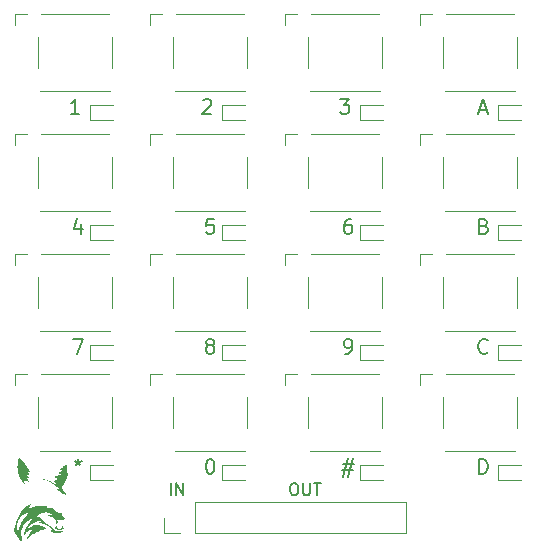
<source format=gbr>
%TF.GenerationSoftware,KiCad,Pcbnew,7.0.2*%
%TF.CreationDate,2023-04-22T16:22:17+02:00*%
%TF.ProjectId,Button_matrix,42757474-6f6e-45f6-9d61-747269782e6b,rev?*%
%TF.SameCoordinates,Original*%
%TF.FileFunction,Legend,Top*%
%TF.FilePolarity,Positive*%
%FSLAX46Y46*%
G04 Gerber Fmt 4.6, Leading zero omitted, Abs format (unit mm)*
G04 Created by KiCad (PCBNEW 7.0.2) date 2023-04-22 16:22:17*
%MOMM*%
%LPD*%
G01*
G04 APERTURE LIST*
%ADD10C,0.200000*%
%ADD11C,0.150000*%
%ADD12C,0.120000*%
G04 APERTURE END LIST*
D10*
X76454000Y-85211023D02*
X76454000Y-85508642D01*
X76156381Y-85389595D02*
X76454000Y-85508642D01*
X76454000Y-85508642D02*
X76751619Y-85389595D01*
X76275429Y-85746738D02*
X76454000Y-85508642D01*
X76454000Y-85508642D02*
X76632571Y-85746738D01*
X87927619Y-64891023D02*
X87332381Y-64891023D01*
X87332381Y-64891023D02*
X87272857Y-65486261D01*
X87272857Y-65486261D02*
X87332381Y-65426738D01*
X87332381Y-65426738D02*
X87451428Y-65367214D01*
X87451428Y-65367214D02*
X87749047Y-65367214D01*
X87749047Y-65367214D02*
X87868095Y-65426738D01*
X87868095Y-65426738D02*
X87927619Y-65486261D01*
X87927619Y-65486261D02*
X87987142Y-65605309D01*
X87987142Y-65605309D02*
X87987142Y-65902928D01*
X87987142Y-65902928D02*
X87927619Y-66021976D01*
X87927619Y-66021976D02*
X87868095Y-66081500D01*
X87868095Y-66081500D02*
X87749047Y-66141023D01*
X87749047Y-66141023D02*
X87451428Y-66141023D01*
X87451428Y-66141023D02*
X87332381Y-66081500D01*
X87332381Y-66081500D02*
X87272857Y-66021976D01*
X87018857Y-54850071D02*
X87078381Y-54790547D01*
X87078381Y-54790547D02*
X87197428Y-54731023D01*
X87197428Y-54731023D02*
X87495047Y-54731023D01*
X87495047Y-54731023D02*
X87614095Y-54790547D01*
X87614095Y-54790547D02*
X87673619Y-54850071D01*
X87673619Y-54850071D02*
X87733142Y-54969119D01*
X87733142Y-54969119D02*
X87733142Y-55088166D01*
X87733142Y-55088166D02*
X87673619Y-55266738D01*
X87673619Y-55266738D02*
X86959333Y-55981023D01*
X86959333Y-55981023D02*
X87733142Y-55981023D01*
X76557142Y-55981023D02*
X75842857Y-55981023D01*
X76200000Y-55981023D02*
X76200000Y-54731023D01*
X76200000Y-54731023D02*
X76080952Y-54909595D01*
X76080952Y-54909595D02*
X75961904Y-55028642D01*
X75961904Y-55028642D02*
X75842857Y-55088166D01*
X110416619Y-86461023D02*
X110416619Y-85211023D01*
X110416619Y-85211023D02*
X110714238Y-85211023D01*
X110714238Y-85211023D02*
X110892809Y-85270547D01*
X110892809Y-85270547D02*
X111011857Y-85389595D01*
X111011857Y-85389595D02*
X111071380Y-85508642D01*
X111071380Y-85508642D02*
X111130904Y-85746738D01*
X111130904Y-85746738D02*
X111130904Y-85925309D01*
X111130904Y-85925309D02*
X111071380Y-86163404D01*
X111071380Y-86163404D02*
X111011857Y-86282452D01*
X111011857Y-86282452D02*
X110892809Y-86401500D01*
X110892809Y-86401500D02*
X110714238Y-86461023D01*
X110714238Y-86461023D02*
X110416619Y-86461023D01*
X87570476Y-85211023D02*
X87689523Y-85211023D01*
X87689523Y-85211023D02*
X87808571Y-85270547D01*
X87808571Y-85270547D02*
X87868095Y-85330071D01*
X87868095Y-85330071D02*
X87927619Y-85449119D01*
X87927619Y-85449119D02*
X87987142Y-85687214D01*
X87987142Y-85687214D02*
X87987142Y-85984833D01*
X87987142Y-85984833D02*
X87927619Y-86222928D01*
X87927619Y-86222928D02*
X87868095Y-86341976D01*
X87868095Y-86341976D02*
X87808571Y-86401500D01*
X87808571Y-86401500D02*
X87689523Y-86461023D01*
X87689523Y-86461023D02*
X87570476Y-86461023D01*
X87570476Y-86461023D02*
X87451428Y-86401500D01*
X87451428Y-86401500D02*
X87391904Y-86341976D01*
X87391904Y-86341976D02*
X87332381Y-86222928D01*
X87332381Y-86222928D02*
X87272857Y-85984833D01*
X87272857Y-85984833D02*
X87272857Y-85687214D01*
X87272857Y-85687214D02*
X87332381Y-85449119D01*
X87332381Y-85449119D02*
X87391904Y-85330071D01*
X87391904Y-85330071D02*
X87451428Y-85270547D01*
X87451428Y-85270547D02*
X87570476Y-85211023D01*
X87510952Y-75586738D02*
X87391904Y-75527214D01*
X87391904Y-75527214D02*
X87332381Y-75467690D01*
X87332381Y-75467690D02*
X87272857Y-75348642D01*
X87272857Y-75348642D02*
X87272857Y-75289119D01*
X87272857Y-75289119D02*
X87332381Y-75170071D01*
X87332381Y-75170071D02*
X87391904Y-75110547D01*
X87391904Y-75110547D02*
X87510952Y-75051023D01*
X87510952Y-75051023D02*
X87749047Y-75051023D01*
X87749047Y-75051023D02*
X87868095Y-75110547D01*
X87868095Y-75110547D02*
X87927619Y-75170071D01*
X87927619Y-75170071D02*
X87987142Y-75289119D01*
X87987142Y-75289119D02*
X87987142Y-75348642D01*
X87987142Y-75348642D02*
X87927619Y-75467690D01*
X87927619Y-75467690D02*
X87868095Y-75527214D01*
X87868095Y-75527214D02*
X87749047Y-75586738D01*
X87749047Y-75586738D02*
X87510952Y-75586738D01*
X87510952Y-75586738D02*
X87391904Y-75646261D01*
X87391904Y-75646261D02*
X87332381Y-75705785D01*
X87332381Y-75705785D02*
X87272857Y-75824833D01*
X87272857Y-75824833D02*
X87272857Y-76062928D01*
X87272857Y-76062928D02*
X87332381Y-76181976D01*
X87332381Y-76181976D02*
X87391904Y-76241500D01*
X87391904Y-76241500D02*
X87510952Y-76301023D01*
X87510952Y-76301023D02*
X87749047Y-76301023D01*
X87749047Y-76301023D02*
X87868095Y-76241500D01*
X87868095Y-76241500D02*
X87927619Y-76181976D01*
X87927619Y-76181976D02*
X87987142Y-76062928D01*
X87987142Y-76062928D02*
X87987142Y-75824833D01*
X87987142Y-75824833D02*
X87927619Y-75705785D01*
X87927619Y-75705785D02*
X87868095Y-75646261D01*
X87868095Y-75646261D02*
X87749047Y-75586738D01*
X110446381Y-55623880D02*
X111041619Y-55623880D01*
X110327333Y-55981023D02*
X110744000Y-54731023D01*
X110744000Y-54731023D02*
X111160666Y-55981023D01*
X76692095Y-65307690D02*
X76692095Y-66141023D01*
X76394476Y-64831500D02*
X76096857Y-65724357D01*
X76096857Y-65724357D02*
X76870666Y-65724357D01*
X99075904Y-76301023D02*
X99314000Y-76301023D01*
X99314000Y-76301023D02*
X99433047Y-76241500D01*
X99433047Y-76241500D02*
X99492571Y-76181976D01*
X99492571Y-76181976D02*
X99611619Y-76003404D01*
X99611619Y-76003404D02*
X99671142Y-75765309D01*
X99671142Y-75765309D02*
X99671142Y-75289119D01*
X99671142Y-75289119D02*
X99611619Y-75170071D01*
X99611619Y-75170071D02*
X99552095Y-75110547D01*
X99552095Y-75110547D02*
X99433047Y-75051023D01*
X99433047Y-75051023D02*
X99194952Y-75051023D01*
X99194952Y-75051023D02*
X99075904Y-75110547D01*
X99075904Y-75110547D02*
X99016381Y-75170071D01*
X99016381Y-75170071D02*
X98956857Y-75289119D01*
X98956857Y-75289119D02*
X98956857Y-75586738D01*
X98956857Y-75586738D02*
X99016381Y-75705785D01*
X99016381Y-75705785D02*
X99075904Y-75765309D01*
X99075904Y-75765309D02*
X99194952Y-75824833D01*
X99194952Y-75824833D02*
X99433047Y-75824833D01*
X99433047Y-75824833D02*
X99552095Y-75765309D01*
X99552095Y-75765309D02*
X99611619Y-75705785D01*
X99611619Y-75705785D02*
X99671142Y-75586738D01*
X111130904Y-76181976D02*
X111071380Y-76241500D01*
X111071380Y-76241500D02*
X110892809Y-76301023D01*
X110892809Y-76301023D02*
X110773761Y-76301023D01*
X110773761Y-76301023D02*
X110595190Y-76241500D01*
X110595190Y-76241500D02*
X110476142Y-76122452D01*
X110476142Y-76122452D02*
X110416619Y-76003404D01*
X110416619Y-76003404D02*
X110357095Y-75765309D01*
X110357095Y-75765309D02*
X110357095Y-75586738D01*
X110357095Y-75586738D02*
X110416619Y-75348642D01*
X110416619Y-75348642D02*
X110476142Y-75229595D01*
X110476142Y-75229595D02*
X110595190Y-75110547D01*
X110595190Y-75110547D02*
X110773761Y-75051023D01*
X110773761Y-75051023D02*
X110892809Y-75051023D01*
X110892809Y-75051023D02*
X111071380Y-75110547D01*
X111071380Y-75110547D02*
X111130904Y-75170071D01*
D11*
X94662571Y-87269619D02*
X94853047Y-87269619D01*
X94853047Y-87269619D02*
X94948285Y-87317238D01*
X94948285Y-87317238D02*
X95043523Y-87412476D01*
X95043523Y-87412476D02*
X95091142Y-87602952D01*
X95091142Y-87602952D02*
X95091142Y-87936285D01*
X95091142Y-87936285D02*
X95043523Y-88126761D01*
X95043523Y-88126761D02*
X94948285Y-88222000D01*
X94948285Y-88222000D02*
X94853047Y-88269619D01*
X94853047Y-88269619D02*
X94662571Y-88269619D01*
X94662571Y-88269619D02*
X94567333Y-88222000D01*
X94567333Y-88222000D02*
X94472095Y-88126761D01*
X94472095Y-88126761D02*
X94424476Y-87936285D01*
X94424476Y-87936285D02*
X94424476Y-87602952D01*
X94424476Y-87602952D02*
X94472095Y-87412476D01*
X94472095Y-87412476D02*
X94567333Y-87317238D01*
X94567333Y-87317238D02*
X94662571Y-87269619D01*
X95519714Y-87269619D02*
X95519714Y-88079142D01*
X95519714Y-88079142D02*
X95567333Y-88174380D01*
X95567333Y-88174380D02*
X95614952Y-88222000D01*
X95614952Y-88222000D02*
X95710190Y-88269619D01*
X95710190Y-88269619D02*
X95900666Y-88269619D01*
X95900666Y-88269619D02*
X95995904Y-88222000D01*
X95995904Y-88222000D02*
X96043523Y-88174380D01*
X96043523Y-88174380D02*
X96091142Y-88079142D01*
X96091142Y-88079142D02*
X96091142Y-87269619D01*
X96424476Y-87269619D02*
X96995904Y-87269619D01*
X96710190Y-88269619D02*
X96710190Y-87269619D01*
D10*
X110833285Y-65486261D02*
X111011857Y-65545785D01*
X111011857Y-65545785D02*
X111071380Y-65605309D01*
X111071380Y-65605309D02*
X111130904Y-65724357D01*
X111130904Y-65724357D02*
X111130904Y-65902928D01*
X111130904Y-65902928D02*
X111071380Y-66021976D01*
X111071380Y-66021976D02*
X111011857Y-66081500D01*
X111011857Y-66081500D02*
X110892809Y-66141023D01*
X110892809Y-66141023D02*
X110416619Y-66141023D01*
X110416619Y-66141023D02*
X110416619Y-64891023D01*
X110416619Y-64891023D02*
X110833285Y-64891023D01*
X110833285Y-64891023D02*
X110952333Y-64950547D01*
X110952333Y-64950547D02*
X111011857Y-65010071D01*
X111011857Y-65010071D02*
X111071380Y-65129119D01*
X111071380Y-65129119D02*
X111071380Y-65248166D01*
X111071380Y-65248166D02*
X111011857Y-65367214D01*
X111011857Y-65367214D02*
X110952333Y-65426738D01*
X110952333Y-65426738D02*
X110833285Y-65486261D01*
X110833285Y-65486261D02*
X110416619Y-65486261D01*
X98927095Y-85627690D02*
X99819952Y-85627690D01*
X99284238Y-85091976D02*
X98927095Y-86699119D01*
X99700904Y-86163404D02*
X98808047Y-86163404D01*
X99343761Y-86699119D02*
X99700904Y-85091976D01*
D11*
X84312095Y-88269619D02*
X84312095Y-87269619D01*
X84788285Y-88269619D02*
X84788285Y-87269619D01*
X84788285Y-87269619D02*
X85359713Y-88269619D01*
X85359713Y-88269619D02*
X85359713Y-87269619D01*
D10*
X76037333Y-75051023D02*
X76870666Y-75051023D01*
X76870666Y-75051023D02*
X76334952Y-76301023D01*
X98643333Y-54731023D02*
X99417142Y-54731023D01*
X99417142Y-54731023D02*
X99000476Y-55207214D01*
X99000476Y-55207214D02*
X99179047Y-55207214D01*
X99179047Y-55207214D02*
X99298095Y-55266738D01*
X99298095Y-55266738D02*
X99357619Y-55326261D01*
X99357619Y-55326261D02*
X99417142Y-55445309D01*
X99417142Y-55445309D02*
X99417142Y-55742928D01*
X99417142Y-55742928D02*
X99357619Y-55861976D01*
X99357619Y-55861976D02*
X99298095Y-55921500D01*
X99298095Y-55921500D02*
X99179047Y-55981023D01*
X99179047Y-55981023D02*
X98821904Y-55981023D01*
X98821904Y-55981023D02*
X98702857Y-55921500D01*
X98702857Y-55921500D02*
X98643333Y-55861976D01*
X99552095Y-64891023D02*
X99314000Y-64891023D01*
X99314000Y-64891023D02*
X99194952Y-64950547D01*
X99194952Y-64950547D02*
X99135428Y-65010071D01*
X99135428Y-65010071D02*
X99016381Y-65188642D01*
X99016381Y-65188642D02*
X98956857Y-65426738D01*
X98956857Y-65426738D02*
X98956857Y-65902928D01*
X98956857Y-65902928D02*
X99016381Y-66021976D01*
X99016381Y-66021976D02*
X99075904Y-66081500D01*
X99075904Y-66081500D02*
X99194952Y-66141023D01*
X99194952Y-66141023D02*
X99433047Y-66141023D01*
X99433047Y-66141023D02*
X99552095Y-66081500D01*
X99552095Y-66081500D02*
X99611619Y-66021976D01*
X99611619Y-66021976D02*
X99671142Y-65902928D01*
X99671142Y-65902928D02*
X99671142Y-65605309D01*
X99671142Y-65605309D02*
X99611619Y-65486261D01*
X99611619Y-65486261D02*
X99552095Y-65426738D01*
X99552095Y-65426738D02*
X99433047Y-65367214D01*
X99433047Y-65367214D02*
X99194952Y-65367214D01*
X99194952Y-65367214D02*
X99075904Y-65426738D01*
X99075904Y-65426738D02*
X99016381Y-65486261D01*
X99016381Y-65486261D02*
X98956857Y-65605309D01*
%TO.C,G\u002A\u002A\u002A*%
G36*
X72462634Y-89009984D02*
G01*
X72462923Y-89013969D01*
X72461485Y-89022770D01*
X72458601Y-89035397D01*
X72454551Y-89050857D01*
X72449617Y-89068161D01*
X72444078Y-89086316D01*
X72438216Y-89104333D01*
X72432310Y-89121218D01*
X72427712Y-89133325D01*
X72405241Y-89182331D01*
X72377135Y-89230882D01*
X72343900Y-89278285D01*
X72306041Y-89323846D01*
X72264064Y-89366869D01*
X72245146Y-89384174D01*
X72237742Y-89391047D01*
X72232854Y-89396228D01*
X72231552Y-89398514D01*
X72234748Y-89397993D01*
X72242281Y-89395563D01*
X72252809Y-89391676D01*
X72258669Y-89389371D01*
X72350663Y-89355024D01*
X72447610Y-89323693D01*
X72549064Y-89295463D01*
X72654576Y-89270421D01*
X72763699Y-89248652D01*
X72875987Y-89230241D01*
X72990990Y-89215274D01*
X73108263Y-89203836D01*
X73227357Y-89196012D01*
X73283102Y-89193634D01*
X73322356Y-89192539D01*
X73365426Y-89191863D01*
X73411435Y-89191589D01*
X73459503Y-89191697D01*
X73508753Y-89192169D01*
X73558306Y-89192986D01*
X73607285Y-89194131D01*
X73654812Y-89195584D01*
X73700008Y-89197326D01*
X73741995Y-89199341D01*
X73779895Y-89201608D01*
X73812830Y-89204110D01*
X73822728Y-89205009D01*
X73843110Y-89206955D01*
X73812980Y-89297231D01*
X73805595Y-89319490D01*
X73798957Y-89339754D01*
X73793286Y-89357325D01*
X73788808Y-89371503D01*
X73785743Y-89381586D01*
X73784315Y-89386876D01*
X73784272Y-89387507D01*
X73787626Y-89386233D01*
X73794428Y-89383021D01*
X73797926Y-89381266D01*
X73818027Y-89372153D01*
X73842523Y-89362864D01*
X73869708Y-89353949D01*
X73897876Y-89345955D01*
X73925320Y-89339432D01*
X73932927Y-89337888D01*
X73951450Y-89334411D01*
X73966674Y-89331943D01*
X73980418Y-89330327D01*
X73994499Y-89329407D01*
X74010735Y-89329025D01*
X74030945Y-89329026D01*
X74035444Y-89329057D01*
X74075108Y-89330462D01*
X74112260Y-89334266D01*
X74148152Y-89340780D01*
X74184034Y-89350318D01*
X74221155Y-89363192D01*
X74260767Y-89379714D01*
X74287459Y-89392088D01*
X74301747Y-89399122D01*
X74315217Y-89406243D01*
X74328486Y-89413882D01*
X74342172Y-89422472D01*
X74356893Y-89432443D01*
X74373266Y-89444227D01*
X74391910Y-89458256D01*
X74413442Y-89474961D01*
X74438479Y-89494773D01*
X74465998Y-89516805D01*
X74506502Y-89549285D01*
X74542638Y-89578103D01*
X74574766Y-89603523D01*
X74603243Y-89625810D01*
X74628428Y-89645229D01*
X74650679Y-89662045D01*
X74670356Y-89676522D01*
X74687816Y-89688925D01*
X74703419Y-89699520D01*
X74717522Y-89708570D01*
X74730483Y-89716342D01*
X74742663Y-89723099D01*
X74751180Y-89727501D01*
X74803042Y-89750661D01*
X74855864Y-89768424D01*
X74910911Y-89781171D01*
X74948015Y-89786889D01*
X74967608Y-89788166D01*
X74991831Y-89787787D01*
X75019418Y-89785835D01*
X75049105Y-89782392D01*
X75072221Y-89778841D01*
X75084752Y-89776887D01*
X75094843Y-89775650D01*
X75101082Y-89775285D01*
X75102363Y-89775515D01*
X75102038Y-89778884D01*
X75099824Y-89786503D01*
X75096158Y-89796936D01*
X75094720Y-89800707D01*
X75085537Y-89824359D01*
X75103698Y-89893812D01*
X75109652Y-89916389D01*
X75114493Y-89934053D01*
X75118602Y-89947856D01*
X75122359Y-89958845D01*
X75126144Y-89968071D01*
X75130336Y-89976581D01*
X75135315Y-89985427D01*
X75139285Y-89992069D01*
X75167969Y-90035879D01*
X75200183Y-90078653D01*
X75235104Y-90119528D01*
X75271912Y-90157642D01*
X75309784Y-90192133D01*
X75347898Y-90222139D01*
X75377325Y-90241910D01*
X75394567Y-90252568D01*
X75383470Y-90264813D01*
X75360327Y-90287570D01*
X75332612Y-90310227D01*
X75301826Y-90331745D01*
X75269471Y-90351085D01*
X75237047Y-90367210D01*
X75232778Y-90369070D01*
X75206416Y-90379062D01*
X75176771Y-90388098D01*
X75145251Y-90395910D01*
X75113263Y-90402229D01*
X75082213Y-90406787D01*
X75053510Y-90409316D01*
X75028561Y-90409548D01*
X75022531Y-90409171D01*
X74999229Y-90406798D01*
X74974135Y-90403447D01*
X74949540Y-90399471D01*
X74927731Y-90395222D01*
X74919185Y-90393254D01*
X74880316Y-90381128D01*
X74840420Y-90363899D01*
X74800539Y-90342249D01*
X74761717Y-90316861D01*
X74724997Y-90288417D01*
X74691422Y-90257599D01*
X74662035Y-90225091D01*
X74661898Y-90224922D01*
X74656058Y-90218333D01*
X74651802Y-90214626D01*
X74650535Y-90214320D01*
X74650276Y-90217997D01*
X74651076Y-90226613D01*
X74652757Y-90239091D01*
X74655140Y-90254349D01*
X74658047Y-90271310D01*
X74661301Y-90288893D01*
X74664723Y-90306021D01*
X74668135Y-90321612D01*
X74668474Y-90323070D01*
X74685109Y-90385183D01*
X74705059Y-90444107D01*
X74728032Y-90499089D01*
X74753736Y-90549378D01*
X74762322Y-90564079D01*
X74768888Y-90575301D01*
X74773919Y-90584558D01*
X74776765Y-90590612D01*
X74777144Y-90592223D01*
X74774587Y-90594533D01*
X74767833Y-90599911D01*
X74757580Y-90607836D01*
X74744527Y-90617788D01*
X74729372Y-90629246D01*
X74712813Y-90641689D01*
X74695547Y-90654597D01*
X74678274Y-90667448D01*
X74661692Y-90679723D01*
X74646499Y-90690900D01*
X74633392Y-90700459D01*
X74623071Y-90707879D01*
X74616233Y-90712639D01*
X74613577Y-90714218D01*
X74613571Y-90714213D01*
X74612949Y-90711095D01*
X74611427Y-90702448D01*
X74609095Y-90688812D01*
X74606044Y-90670723D01*
X74602363Y-90648718D01*
X74598142Y-90623335D01*
X74593471Y-90595111D01*
X74588440Y-90564582D01*
X74584017Y-90537642D01*
X74555227Y-90362012D01*
X74387864Y-90232024D01*
X74220501Y-90102036D01*
X74137395Y-90116201D01*
X74115633Y-90119889D01*
X74095956Y-90123183D01*
X74079147Y-90125955D01*
X74065986Y-90128078D01*
X74057255Y-90129425D01*
X74053734Y-90129867D01*
X74053700Y-90129859D01*
X74053907Y-90126808D01*
X74054833Y-90118615D01*
X74056360Y-90106227D01*
X74058374Y-90090591D01*
X74060755Y-90072654D01*
X74060898Y-90071593D01*
X74063275Y-90053512D01*
X74065249Y-90037639D01*
X74066708Y-90024929D01*
X74067545Y-90016340D01*
X74067648Y-90012830D01*
X74067631Y-90012805D01*
X74064494Y-90012206D01*
X74055758Y-90010804D01*
X74041906Y-90008669D01*
X74023421Y-90005875D01*
X74000786Y-90002491D01*
X73974485Y-89998592D01*
X73944999Y-89994248D01*
X73912813Y-89989531D01*
X73878409Y-89984514D01*
X73847759Y-89980064D01*
X73811947Y-89974841D01*
X73778019Y-89969828D01*
X73746449Y-89965101D01*
X73717709Y-89960732D01*
X73692275Y-89956796D01*
X73670619Y-89953367D01*
X73653215Y-89950518D01*
X73640538Y-89948324D01*
X73633060Y-89946858D01*
X73631151Y-89946235D01*
X73635402Y-89944911D01*
X73645332Y-89943373D01*
X73660479Y-89941666D01*
X73680382Y-89939831D01*
X73704579Y-89937912D01*
X73732609Y-89935951D01*
X73762405Y-89934086D01*
X73838750Y-89931586D01*
X73918657Y-89932814D01*
X74000898Y-89937650D01*
X74084246Y-89945972D01*
X74167472Y-89957660D01*
X74249349Y-89972594D01*
X74323129Y-89989268D01*
X74341367Y-89993756D01*
X74357465Y-89997625D01*
X74370514Y-90000665D01*
X74379605Y-90002665D01*
X74383829Y-90003413D01*
X74384011Y-90003394D01*
X74382702Y-90000820D01*
X74377221Y-89995114D01*
X74368285Y-89986868D01*
X74356609Y-89976675D01*
X74342911Y-89965126D01*
X74327906Y-89952813D01*
X74312310Y-89940327D01*
X74296842Y-89928262D01*
X74282216Y-89917209D01*
X74269149Y-89907759D01*
X74263775Y-89904057D01*
X74201873Y-89865439D01*
X74137064Y-89831008D01*
X74070417Y-89801251D01*
X74003002Y-89776654D01*
X73949370Y-89761053D01*
X73933112Y-89757368D01*
X73912123Y-89753358D01*
X73887791Y-89749230D01*
X73861506Y-89745191D01*
X73834658Y-89741449D01*
X73808636Y-89738210D01*
X73784831Y-89735682D01*
X73771623Y-89734549D01*
X73710849Y-89732386D01*
X73647475Y-89734667D01*
X73582930Y-89741196D01*
X73518641Y-89751777D01*
X73456038Y-89766213D01*
X73396549Y-89784309D01*
X73388485Y-89787147D01*
X73316292Y-89816241D01*
X73246960Y-89850724D01*
X73180702Y-89890439D01*
X73117730Y-89935229D01*
X73058256Y-89984937D01*
X73002494Y-90039407D01*
X72950657Y-90098481D01*
X72929903Y-90124896D01*
X72916925Y-90142301D01*
X72907840Y-90155261D01*
X72902518Y-90163978D01*
X72900828Y-90168651D01*
X72901100Y-90169399D01*
X72901513Y-90169592D01*
X72902496Y-90169492D01*
X72904540Y-90168905D01*
X72908136Y-90167636D01*
X72913776Y-90165492D01*
X72921950Y-90162279D01*
X72933150Y-90157802D01*
X72947866Y-90151869D01*
X72966591Y-90144284D01*
X72989815Y-90134855D01*
X73018029Y-90123386D01*
X73031770Y-90117799D01*
X73118409Y-90082569D01*
X73188466Y-90145652D01*
X73282049Y-90228919D01*
X73374815Y-90309392D01*
X73467509Y-90387660D01*
X73560880Y-90464315D01*
X73655677Y-90539947D01*
X73752645Y-90615148D01*
X73852535Y-90690507D01*
X73956092Y-90766616D01*
X74064065Y-90844066D01*
X74141854Y-90898821D01*
X74147588Y-90903471D01*
X74157236Y-90912071D01*
X74170375Y-90924214D01*
X74186580Y-90939497D01*
X74205429Y-90957513D01*
X74226499Y-90977859D01*
X74249367Y-91000130D01*
X74273609Y-91023920D01*
X74298801Y-91048825D01*
X74302390Y-91052387D01*
X74442954Y-91191998D01*
X74442954Y-91234533D01*
X74443108Y-91249899D01*
X74443531Y-91262795D01*
X74444163Y-91272115D01*
X74444946Y-91276753D01*
X74445222Y-91277068D01*
X74448867Y-91276471D01*
X74457440Y-91274825D01*
X74469851Y-91272345D01*
X74485014Y-91269248D01*
X74494305Y-91267323D01*
X74541121Y-91257579D01*
X74574226Y-91269167D01*
X74643365Y-91290865D01*
X74712763Y-91307748D01*
X74781099Y-91319507D01*
X74797804Y-91321603D01*
X74820061Y-91323578D01*
X74846721Y-91324980D01*
X74876069Y-91325796D01*
X74906388Y-91326009D01*
X74935962Y-91325605D01*
X74963075Y-91324570D01*
X74982832Y-91323189D01*
X75021292Y-91318579D01*
X75062927Y-91311563D01*
X75106133Y-91302531D01*
X75149305Y-91291874D01*
X75190838Y-91279982D01*
X75229126Y-91267245D01*
X75256523Y-91256634D01*
X75288152Y-91243396D01*
X75294161Y-91257414D01*
X75297645Y-91265961D01*
X75299814Y-91272084D01*
X75300170Y-91273672D01*
X75297540Y-91277262D01*
X75290106Y-91283216D01*
X75278552Y-91291134D01*
X75263562Y-91300614D01*
X75245818Y-91311255D01*
X75226005Y-91322657D01*
X75204807Y-91334419D01*
X75182906Y-91346140D01*
X75160987Y-91357419D01*
X75139733Y-91367854D01*
X75138866Y-91368268D01*
X75094728Y-91387974D01*
X75047751Y-91406555D01*
X74999438Y-91423519D01*
X74951294Y-91438376D01*
X74904824Y-91450635D01*
X74861530Y-91459805D01*
X74854664Y-91461009D01*
X74834659Y-91463979D01*
X74810190Y-91466943D01*
X74782938Y-91469743D01*
X74754582Y-91472220D01*
X74726800Y-91474217D01*
X74701273Y-91475573D01*
X74699505Y-91475645D01*
X74663211Y-91475853D01*
X74622727Y-91473966D01*
X74579559Y-91470187D01*
X74535216Y-91464716D01*
X74491208Y-91457756D01*
X74449041Y-91449508D01*
X74410224Y-91440174D01*
X74389186Y-91434142D01*
X74363740Y-91426127D01*
X74337605Y-91417576D01*
X74311890Y-91408876D01*
X74287703Y-91400414D01*
X74266154Y-91392578D01*
X74248351Y-91385755D01*
X74236121Y-91380656D01*
X74224911Y-91375329D01*
X74217611Y-91370559D01*
X74212390Y-91364716D01*
X74207417Y-91356166D01*
X74206369Y-91354141D01*
X74201372Y-91344998D01*
X74193998Y-91332263D01*
X74185184Y-91317523D01*
X74175866Y-91302362D01*
X74174465Y-91300120D01*
X74166340Y-91286805D01*
X74159777Y-91275364D01*
X74155301Y-91266772D01*
X74153442Y-91262004D01*
X74153520Y-91261406D01*
X74157025Y-91260386D01*
X74165742Y-91258495D01*
X74178827Y-91255895D01*
X74195435Y-91252753D01*
X74214721Y-91249232D01*
X74230955Y-91246350D01*
X74251663Y-91242689D01*
X74270285Y-91239340D01*
X74285991Y-91236458D01*
X74297952Y-91234196D01*
X74305337Y-91232709D01*
X74307390Y-91232184D01*
X74306207Y-91229460D01*
X74302091Y-91222881D01*
X74295752Y-91213540D01*
X74290491Y-91206110D01*
X74235648Y-91134850D01*
X74177075Y-91068351D01*
X74114899Y-91006706D01*
X74049249Y-90950008D01*
X73980251Y-90898349D01*
X73908033Y-90851823D01*
X73832722Y-90810521D01*
X73754446Y-90774536D01*
X73673331Y-90743961D01*
X73641043Y-90733551D01*
X73615935Y-90726217D01*
X73587787Y-90718649D01*
X73558290Y-90711253D01*
X73529135Y-90704436D01*
X73502014Y-90698602D01*
X73478615Y-90694159D01*
X73473465Y-90693300D01*
X73461932Y-90690730D01*
X73447343Y-90686477D01*
X73432275Y-90681317D01*
X73427378Y-90679445D01*
X73395792Y-90667864D01*
X73359531Y-90656093D01*
X73320040Y-90644515D01*
X73278761Y-90633510D01*
X73237139Y-90623458D01*
X73196617Y-90614740D01*
X73158639Y-90607738D01*
X73150368Y-90606402D01*
X73106749Y-90599570D01*
X73221880Y-90538491D01*
X73246369Y-90525463D01*
X73269148Y-90513275D01*
X73289647Y-90502237D01*
X73307299Y-90492657D01*
X73321534Y-90484846D01*
X73331785Y-90479111D01*
X73337483Y-90475764D01*
X73338471Y-90475051D01*
X73336690Y-90473329D01*
X73329501Y-90471931D01*
X73317634Y-90470851D01*
X73301819Y-90470084D01*
X73282784Y-90469625D01*
X73261258Y-90469470D01*
X73237970Y-90469613D01*
X73213650Y-90470050D01*
X73189027Y-90470775D01*
X73164830Y-90471783D01*
X73141787Y-90473070D01*
X73120629Y-90474631D01*
X73102083Y-90476460D01*
X73100291Y-90476671D01*
X73014428Y-90489947D01*
X72930662Y-90508911D01*
X72849201Y-90533428D01*
X72770254Y-90563366D01*
X72694030Y-90598591D01*
X72620739Y-90638971D01*
X72550590Y-90684373D01*
X72483791Y-90734663D01*
X72420552Y-90789708D01*
X72361083Y-90849375D01*
X72305591Y-90913530D01*
X72254287Y-90982042D01*
X72216982Y-91038952D01*
X72207624Y-91054492D01*
X72197879Y-91071321D01*
X72188218Y-91088555D01*
X72179111Y-91105307D01*
X72171028Y-91120691D01*
X72164439Y-91133822D01*
X72159815Y-91143814D01*
X72157625Y-91149781D01*
X72157553Y-91150901D01*
X72160230Y-91149713D01*
X72167705Y-91145429D01*
X72179609Y-91138278D01*
X72195574Y-91128491D01*
X72215233Y-91116297D01*
X72238216Y-91101928D01*
X72264155Y-91085614D01*
X72292682Y-91067584D01*
X72323428Y-91048069D01*
X72356026Y-91027300D01*
X72389017Y-91006204D01*
X72431901Y-90978766D01*
X72470086Y-90954410D01*
X72504018Y-90932861D01*
X72534145Y-90913846D01*
X72560914Y-90897090D01*
X72584774Y-90882320D01*
X72606172Y-90869261D01*
X72625556Y-90857639D01*
X72643372Y-90847180D01*
X72660069Y-90837611D01*
X72676095Y-90828656D01*
X72691896Y-90820042D01*
X72700871Y-90815235D01*
X72782292Y-90771870D01*
X72871393Y-90770602D01*
X72913349Y-90770297D01*
X72950650Y-90770713D01*
X72984751Y-90771938D01*
X73017109Y-90774056D01*
X73049179Y-90777154D01*
X73082419Y-90781319D01*
X73103363Y-90784341D01*
X73188330Y-90800056D01*
X73272141Y-90821405D01*
X73354288Y-90848175D01*
X73434262Y-90880157D01*
X73511555Y-90917140D01*
X73585660Y-90958913D01*
X73656066Y-91005264D01*
X73682200Y-91024377D01*
X73699321Y-91037561D01*
X73717131Y-91051792D01*
X73735073Y-91066573D01*
X73752590Y-91081407D01*
X73769127Y-91095795D01*
X73784126Y-91109241D01*
X73797030Y-91121245D01*
X73807284Y-91131312D01*
X73814330Y-91138942D01*
X73817612Y-91143638D01*
X73817049Y-91144952D01*
X73812927Y-91145329D01*
X73803834Y-91146369D01*
X73790893Y-91147939D01*
X73775225Y-91149902D01*
X73764922Y-91151221D01*
X73636887Y-91170759D01*
X73510454Y-91196090D01*
X73385814Y-91227119D01*
X73263158Y-91263750D01*
X73142679Y-91305889D01*
X73024566Y-91353440D01*
X72909012Y-91406308D01*
X72796207Y-91464398D01*
X72686343Y-91527615D01*
X72579611Y-91595863D01*
X72476202Y-91669047D01*
X72376307Y-91747073D01*
X72280118Y-91829844D01*
X72187825Y-91917266D01*
X72150814Y-91954785D01*
X72137222Y-91968940D01*
X72123560Y-91983343D01*
X72111094Y-91996647D01*
X72101088Y-92007507D01*
X72097728Y-92011235D01*
X72080063Y-92031057D01*
X72108899Y-91971293D01*
X72138378Y-91910867D01*
X72166794Y-91854074D01*
X72194808Y-91799691D01*
X72223080Y-91746498D01*
X72252271Y-91693273D01*
X72283041Y-91638793D01*
X72316050Y-91581838D01*
X72351958Y-91521186D01*
X72353967Y-91517825D01*
X72382261Y-91471079D01*
X72412366Y-91422406D01*
X72443606Y-91372849D01*
X72475306Y-91323450D01*
X72506792Y-91275250D01*
X72537389Y-91229294D01*
X72566421Y-91186622D01*
X72593213Y-91148278D01*
X72593939Y-91147256D01*
X72600674Y-91137541D01*
X72604267Y-91131123D01*
X72604219Y-91127750D01*
X72600028Y-91127171D01*
X72591195Y-91129132D01*
X72577218Y-91133382D01*
X72570610Y-91135494D01*
X72486630Y-91165599D01*
X72405727Y-91201009D01*
X72327971Y-91241682D01*
X72253435Y-91287574D01*
X72182190Y-91338643D01*
X72114308Y-91394846D01*
X72080111Y-91426327D01*
X72031126Y-91475066D01*
X71986974Y-91523401D01*
X71946595Y-91572663D01*
X71908928Y-91624184D01*
X71872912Y-91679296D01*
X71855112Y-91708748D01*
X71848263Y-91720107D01*
X71842888Y-91728528D01*
X71839512Y-91733224D01*
X71838662Y-91733410D01*
X71838684Y-91733327D01*
X71839728Y-91729385D01*
X71842196Y-91719996D01*
X71845956Y-91705655D01*
X71850879Y-91686862D01*
X71856834Y-91664113D01*
X71863691Y-91637906D01*
X71871320Y-91608739D01*
X71879590Y-91577109D01*
X71888372Y-91543513D01*
X71894170Y-91521328D01*
X71947964Y-91315473D01*
X72070794Y-91049706D01*
X72193625Y-90783938D01*
X72376816Y-90534024D01*
X72402268Y-90499275D01*
X72426648Y-90465936D01*
X72449715Y-90434340D01*
X72471230Y-90404817D01*
X72490952Y-90377701D01*
X72508639Y-90353323D01*
X72524051Y-90332015D01*
X72536948Y-90314109D01*
X72547089Y-90299938D01*
X72554233Y-90289832D01*
X72558139Y-90284125D01*
X72558826Y-90282927D01*
X72555325Y-90283152D01*
X72546950Y-90285149D01*
X72534613Y-90288627D01*
X72519228Y-90293292D01*
X72501707Y-90298852D01*
X72482963Y-90305016D01*
X72463910Y-90311490D01*
X72445460Y-90317982D01*
X72428526Y-90324201D01*
X72421278Y-90326974D01*
X72342363Y-90360652D01*
X72267212Y-90398924D01*
X72195478Y-90442024D01*
X72126812Y-90490185D01*
X72060865Y-90543638D01*
X71997290Y-90602618D01*
X71974143Y-90626049D01*
X71923966Y-90682091D01*
X71876776Y-90742977D01*
X71832974Y-90807975D01*
X71792960Y-90876355D01*
X71757136Y-90947386D01*
X71725902Y-91020338D01*
X71699661Y-91094478D01*
X71680968Y-91160314D01*
X71669611Y-91208042D01*
X71660600Y-91251793D01*
X71653759Y-91293148D01*
X71648911Y-91333686D01*
X71645880Y-91374987D01*
X71644489Y-91418632D01*
X71644560Y-91466200D01*
X71644872Y-91482922D01*
X71647181Y-91541930D01*
X71651516Y-91596681D01*
X71658105Y-91648795D01*
X71667180Y-91699894D01*
X71678969Y-91751597D01*
X71687563Y-91784023D01*
X71693783Y-91805360D01*
X71701233Y-91829235D01*
X71709431Y-91854241D01*
X71717894Y-91878969D01*
X71726142Y-91902011D01*
X71733691Y-91921959D01*
X71740061Y-91937406D01*
X71740084Y-91937457D01*
X71747466Y-91954167D01*
X71737079Y-91988153D01*
X71732875Y-92003147D01*
X71728008Y-92022520D01*
X71722747Y-92045002D01*
X71717357Y-92069326D01*
X71712106Y-92094220D01*
X71707260Y-92118417D01*
X71703086Y-92140647D01*
X71699850Y-92159641D01*
X71697820Y-92174129D01*
X71697644Y-92175761D01*
X71696239Y-92187107D01*
X71694665Y-92196284D01*
X71693258Y-92201329D01*
X71693242Y-92201360D01*
X71690773Y-92200827D01*
X71684823Y-92196282D01*
X71675267Y-92187606D01*
X71661982Y-92174683D01*
X71644842Y-92157395D01*
X71626372Y-92138374D01*
X71554811Y-92061771D01*
X71486364Y-91983716D01*
X71421677Y-91905001D01*
X71361396Y-91826420D01*
X71306169Y-91748764D01*
X71294513Y-91731513D01*
X71257079Y-91673702D01*
X71219175Y-91611662D01*
X71181796Y-91547132D01*
X71145933Y-91481853D01*
X71112581Y-91417562D01*
X71095473Y-91382853D01*
X71083295Y-91357283D01*
X71071564Y-91331984D01*
X71060572Y-91307643D01*
X71050613Y-91284947D01*
X71041978Y-91264580D01*
X71034960Y-91247230D01*
X71029854Y-91233582D01*
X71026950Y-91224322D01*
X71026383Y-91220957D01*
X71026995Y-91216101D01*
X71028719Y-91206087D01*
X71031383Y-91191765D01*
X71034814Y-91173984D01*
X71038842Y-91153596D01*
X71043294Y-91131450D01*
X71047999Y-91108398D01*
X71052785Y-91085290D01*
X71057481Y-91062976D01*
X71061914Y-91042307D01*
X71065913Y-91024133D01*
X71067774Y-91015909D01*
X71087090Y-90935855D01*
X71103258Y-90874429D01*
X71291229Y-90874429D01*
X71293295Y-90941778D01*
X71299500Y-91010866D01*
X71309672Y-91080460D01*
X71323643Y-91149326D01*
X71341243Y-91216229D01*
X71355521Y-91260912D01*
X71361947Y-91279444D01*
X71366744Y-91292597D01*
X71370287Y-91300801D01*
X71372953Y-91304486D01*
X71375116Y-91304081D01*
X71377153Y-91300017D01*
X71379440Y-91292721D01*
X71380405Y-91289357D01*
X71382995Y-91280582D01*
X71387076Y-91267095D01*
X71392296Y-91250048D01*
X71398303Y-91230590D01*
X71404743Y-91209871D01*
X71407746Y-91200256D01*
X71429999Y-91132179D01*
X71454919Y-91061412D01*
X71482026Y-90989114D01*
X71510843Y-90916441D01*
X71540891Y-90844552D01*
X71571692Y-90774602D01*
X71602768Y-90707750D01*
X71633640Y-90645152D01*
X71650931Y-90611881D01*
X71665005Y-90585863D01*
X71681164Y-90556868D01*
X71698963Y-90525634D01*
X71717956Y-90492897D01*
X71737700Y-90459394D01*
X71757749Y-90425861D01*
X71777659Y-90393034D01*
X71796985Y-90361651D01*
X71815282Y-90332448D01*
X71832107Y-90306162D01*
X71847013Y-90283529D01*
X71859558Y-90265285D01*
X71863300Y-90260084D01*
X71867010Y-90255449D01*
X71874475Y-90246519D01*
X71885407Y-90233629D01*
X71899518Y-90217111D01*
X71916520Y-90197300D01*
X71936127Y-90174530D01*
X71958051Y-90149134D01*
X71982003Y-90121445D01*
X72007696Y-90091798D01*
X72034843Y-90060527D01*
X72063155Y-90027964D01*
X72084426Y-90003534D01*
X72113197Y-89970507D01*
X72140883Y-89938724D01*
X72167210Y-89908500D01*
X72191905Y-89880147D01*
X72214693Y-89853981D01*
X72235302Y-89830316D01*
X72253458Y-89809466D01*
X72268888Y-89791745D01*
X72281317Y-89777466D01*
X72290472Y-89766945D01*
X72296080Y-89760496D01*
X72297821Y-89758487D01*
X72300783Y-89753686D01*
X72300769Y-89751422D01*
X72297060Y-89751150D01*
X72288322Y-89751953D01*
X72275546Y-89753666D01*
X72259721Y-89756124D01*
X72241838Y-89759163D01*
X72222885Y-89762617D01*
X72203854Y-89766321D01*
X72185733Y-89770109D01*
X72177018Y-89772054D01*
X72096667Y-89793375D01*
X72019257Y-89819930D01*
X71944338Y-89851918D01*
X71871456Y-89889533D01*
X71800161Y-89932972D01*
X71788352Y-89940825D01*
X71750447Y-89967243D01*
X71716420Y-89993051D01*
X71684394Y-90019794D01*
X71652491Y-90049014D01*
X71629971Y-90071024D01*
X71574151Y-90130338D01*
X71523897Y-90191348D01*
X71478718Y-90254790D01*
X71438123Y-90321399D01*
X71401622Y-90391910D01*
X71373940Y-90454267D01*
X71348020Y-90523945D01*
X71326988Y-90595988D01*
X71310734Y-90670892D01*
X71299147Y-90749148D01*
X71293471Y-90810054D01*
X71291229Y-90874429D01*
X71103258Y-90874429D01*
X71109210Y-90851818D01*
X71133749Y-90765065D01*
X71160320Y-90676865D01*
X71188537Y-90588485D01*
X71218016Y-90501194D01*
X71248370Y-90416261D01*
X71258452Y-90389128D01*
X71298706Y-90285363D01*
X71339486Y-90187309D01*
X71381021Y-90094539D01*
X71423542Y-90006625D01*
X71467279Y-89923141D01*
X71512462Y-89843659D01*
X71559319Y-89767753D01*
X71608082Y-89694995D01*
X71658980Y-89624958D01*
X71694238Y-89579535D01*
X71719669Y-89548214D01*
X71746713Y-89516003D01*
X71774504Y-89483876D01*
X71802174Y-89452807D01*
X71828857Y-89423768D01*
X71853684Y-89397734D01*
X71875789Y-89375676D01*
X71876266Y-89375217D01*
X71944202Y-89313302D01*
X72014899Y-89255929D01*
X72088997Y-89202647D01*
X72167135Y-89153011D01*
X72249952Y-89106571D01*
X72286090Y-89088010D01*
X72306821Y-89077790D01*
X72328736Y-89067271D01*
X72351125Y-89056765D01*
X72373280Y-89046585D01*
X72394493Y-89037045D01*
X72414054Y-89028458D01*
X72431255Y-89021136D01*
X72445389Y-89015394D01*
X72455745Y-89011543D01*
X72461616Y-89009898D01*
X72462634Y-89009984D01*
G37*
G36*
X74701905Y-90864887D02*
G01*
X74704967Y-90894047D01*
X74708171Y-90924982D01*
X74711365Y-90956211D01*
X74714401Y-90986253D01*
X74717128Y-91013628D01*
X74719394Y-91036853D01*
X74720005Y-91043243D01*
X74726833Y-91115128D01*
X74770009Y-91113153D01*
X74784183Y-91112653D01*
X74803302Y-91112199D01*
X74826163Y-91111807D01*
X74851568Y-91111495D01*
X74878315Y-91111278D01*
X74905204Y-91111173D01*
X74913210Y-91111166D01*
X75013235Y-91111155D01*
X75109847Y-90968837D01*
X75206460Y-90826519D01*
X75208426Y-90874359D01*
X75214319Y-90952648D01*
X75225421Y-91028699D01*
X75241639Y-91101858D01*
X75241685Y-91102033D01*
X75245095Y-91115923D01*
X75247529Y-91127622D01*
X75248754Y-91135875D01*
X75248570Y-91139404D01*
X75244561Y-91141278D01*
X75235541Y-91144353D01*
X75222467Y-91148366D01*
X75206295Y-91153052D01*
X75187983Y-91158147D01*
X75168487Y-91163387D01*
X75148763Y-91168507D01*
X75129769Y-91173243D01*
X75112461Y-91177331D01*
X75106162Y-91178739D01*
X75022921Y-91194054D01*
X74937557Y-91204093D01*
X74851301Y-91208729D01*
X74811719Y-91209013D01*
X74792641Y-91208824D01*
X74775255Y-91208572D01*
X74760658Y-91208280D01*
X74749947Y-91207969D01*
X74744217Y-91207662D01*
X74744055Y-91207644D01*
X74738310Y-91207078D01*
X74727767Y-91206144D01*
X74713756Y-91204957D01*
X74697606Y-91203629D01*
X74691450Y-91203133D01*
X74646526Y-91199532D01*
X74635827Y-91171474D01*
X74625129Y-91143416D01*
X74603852Y-91143416D01*
X74582576Y-91143416D01*
X74532686Y-91099421D01*
X74515726Y-91084217D01*
X74502111Y-91071497D01*
X74492198Y-91061613D01*
X74486340Y-91054919D01*
X74484875Y-91051798D01*
X74488315Y-91046338D01*
X74494851Y-91036478D01*
X74504048Y-91022847D01*
X74515471Y-91006072D01*
X74528683Y-90986782D01*
X74543249Y-90965606D01*
X74558733Y-90943171D01*
X74574701Y-90920107D01*
X74590716Y-90897042D01*
X74606344Y-90874604D01*
X74621148Y-90853422D01*
X74634693Y-90834123D01*
X74646544Y-90817338D01*
X74656265Y-90803693D01*
X74663421Y-90793817D01*
X74666571Y-90789612D01*
X74690632Y-90758415D01*
X74701905Y-90864887D01*
G37*
G36*
X75785618Y-89496579D02*
G01*
X75784082Y-89498115D01*
X75782546Y-89496579D01*
X75784082Y-89495043D01*
X75785618Y-89496579D01*
G37*
G36*
X75469035Y-85655952D02*
G01*
X75471503Y-85665476D01*
X75474732Y-85679746D01*
X75478599Y-85698104D01*
X75482982Y-85719893D01*
X75487757Y-85744453D01*
X75492803Y-85771127D01*
X75497995Y-85799258D01*
X75503213Y-85828187D01*
X75508332Y-85857257D01*
X75513231Y-85885809D01*
X75517787Y-85913185D01*
X75521876Y-85938727D01*
X75525376Y-85961779D01*
X75525815Y-85964790D01*
X75532777Y-86015850D01*
X75539314Y-86069753D01*
X75545372Y-86125706D01*
X75550896Y-86182916D01*
X75555832Y-86240591D01*
X75560126Y-86297937D01*
X75563725Y-86354164D01*
X75566574Y-86408479D01*
X75568619Y-86460088D01*
X75569806Y-86508199D01*
X75570081Y-86552021D01*
X75569390Y-86590760D01*
X75569088Y-86598878D01*
X75568245Y-86618096D01*
X75567356Y-86632742D01*
X75566150Y-86644384D01*
X75564356Y-86654589D01*
X75561703Y-86664926D01*
X75557920Y-86676963D01*
X75553152Y-86691051D01*
X75526213Y-86765316D01*
X75495430Y-86842209D01*
X75461498Y-86920218D01*
X75425112Y-86997828D01*
X75386968Y-87073526D01*
X75347761Y-87145801D01*
X75329915Y-87176874D01*
X75299516Y-87227049D01*
X75265564Y-87279937D01*
X75229052Y-87334126D01*
X75190973Y-87388205D01*
X75152319Y-87440761D01*
X75114084Y-87490384D01*
X75079257Y-87533279D01*
X75068696Y-87546009D01*
X75059682Y-87557070D01*
X75052888Y-87565618D01*
X75048992Y-87570808D01*
X75048326Y-87571945D01*
X75049848Y-87575334D01*
X75054282Y-87583383D01*
X75061294Y-87595541D01*
X75070545Y-87611253D01*
X75081699Y-87629966D01*
X75094419Y-87651127D01*
X75108370Y-87674182D01*
X75123212Y-87698577D01*
X75138611Y-87723759D01*
X75154230Y-87749175D01*
X75169731Y-87774270D01*
X75184777Y-87798492D01*
X75199033Y-87821286D01*
X75212161Y-87842100D01*
X75223426Y-87859760D01*
X75236708Y-87880400D01*
X75248639Y-87898851D01*
X75259648Y-87915735D01*
X75270163Y-87931678D01*
X75280613Y-87947303D01*
X75291424Y-87963236D01*
X75303027Y-87980100D01*
X75315848Y-87998521D01*
X75330316Y-88019121D01*
X75346859Y-88042527D01*
X75365905Y-88069362D01*
X75387884Y-88100251D01*
X75400335Y-88117732D01*
X75453358Y-88192157D01*
X75429764Y-88213677D01*
X75419506Y-88222640D01*
X75410540Y-88229758D01*
X75404033Y-88234143D01*
X75401561Y-88235112D01*
X75397047Y-88234124D01*
X75387979Y-88231482D01*
X75375600Y-88227569D01*
X75361155Y-88222767D01*
X75358547Y-88221878D01*
X75333127Y-88212855D01*
X75304884Y-88202284D01*
X75275174Y-88190715D01*
X75245359Y-88178700D01*
X75216796Y-88166789D01*
X75190844Y-88155534D01*
X75168864Y-88145485D01*
X75162113Y-88142234D01*
X75134082Y-88127565D01*
X75102320Y-88109299D01*
X75067646Y-88087969D01*
X75030883Y-88064107D01*
X74992848Y-88038242D01*
X74954365Y-88010908D01*
X74919185Y-87984857D01*
X74904883Y-87973536D01*
X74887116Y-87958654D01*
X74866765Y-87940995D01*
X74844710Y-87921342D01*
X74821834Y-87900478D01*
X74799016Y-87879185D01*
X74781365Y-87862339D01*
X74767661Y-87848666D01*
X74752064Y-87832356D01*
X74735262Y-87814198D01*
X74717942Y-87794982D01*
X74700791Y-87775497D01*
X74684498Y-87756535D01*
X74669749Y-87738884D01*
X74657231Y-87723334D01*
X74647633Y-87710674D01*
X74641850Y-87702054D01*
X74644289Y-87702243D01*
X74652036Y-87704074D01*
X74664520Y-87707387D01*
X74681176Y-87712021D01*
X74701433Y-87717816D01*
X74724725Y-87724611D01*
X74750483Y-87732248D01*
X74775409Y-87739738D01*
X74803048Y-87748062D01*
X74828843Y-87755769D01*
X74852207Y-87762688D01*
X74872556Y-87768648D01*
X74889302Y-87773479D01*
X74901859Y-87777009D01*
X74909641Y-87779069D01*
X74912075Y-87779529D01*
X74910900Y-87776566D01*
X74906137Y-87769724D01*
X74898343Y-87759662D01*
X74888076Y-87747038D01*
X74875892Y-87732510D01*
X74862348Y-87716735D01*
X74848002Y-87700372D01*
X74833410Y-87684079D01*
X74819130Y-87668514D01*
X74808902Y-87657653D01*
X74749806Y-87598656D01*
X74684748Y-87539205D01*
X74613884Y-87479422D01*
X74537369Y-87419431D01*
X74455360Y-87359353D01*
X74368013Y-87299312D01*
X74280114Y-87242344D01*
X74230802Y-87212765D01*
X74176775Y-87183081D01*
X74119116Y-87153759D01*
X74058911Y-87125265D01*
X73997244Y-87098068D01*
X73935199Y-87072632D01*
X73873863Y-87049426D01*
X73814318Y-87028915D01*
X73757650Y-87011567D01*
X73720927Y-87001719D01*
X73576804Y-86968076D01*
X73434087Y-86939792D01*
X73307682Y-86918992D01*
X73280030Y-86914877D01*
X73319972Y-86914592D01*
X73349082Y-86914728D01*
X73381514Y-86915470D01*
X73415772Y-86916739D01*
X73450362Y-86918459D01*
X73483789Y-86920552D01*
X73514559Y-86922940D01*
X73541178Y-86925547D01*
X73548870Y-86926451D01*
X73623299Y-86937225D01*
X73698036Y-86951064D01*
X73771959Y-86967679D01*
X73843949Y-86986783D01*
X73912885Y-87008087D01*
X73977647Y-87031303D01*
X74014347Y-87046163D01*
X74077509Y-87074417D01*
X74143687Y-87106723D01*
X74211863Y-87142497D01*
X74281016Y-87181159D01*
X74350127Y-87222125D01*
X74418176Y-87264814D01*
X74484143Y-87308644D01*
X74528566Y-87339714D01*
X74547754Y-87353464D01*
X74565795Y-87366445D01*
X74581943Y-87378117D01*
X74595452Y-87387938D01*
X74605579Y-87395370D01*
X74611577Y-87399871D01*
X74612149Y-87400319D01*
X74619537Y-87405307D01*
X74623086Y-87405541D01*
X74622774Y-87401081D01*
X74618581Y-87391989D01*
X74616391Y-87388066D01*
X74605584Y-87369655D01*
X74593511Y-87349696D01*
X74581029Y-87329556D01*
X74568994Y-87310599D01*
X74558265Y-87294194D01*
X74549699Y-87281705D01*
X74549435Y-87281337D01*
X74528652Y-87252550D01*
X74510568Y-87227946D01*
X74494460Y-87206608D01*
X74479602Y-87187620D01*
X74465269Y-87170064D01*
X74450736Y-87153023D01*
X74435276Y-87135579D01*
X74426907Y-87126347D01*
X74406042Y-87103472D01*
X74416049Y-87092888D01*
X74421541Y-87087849D01*
X74431074Y-87079917D01*
X74443728Y-87069823D01*
X74458581Y-87058299D01*
X74474713Y-87046078D01*
X74478288Y-87043408D01*
X74532277Y-87006065D01*
X74590065Y-86971380D01*
X74649843Y-86940352D01*
X74709806Y-86913977D01*
X74720445Y-86909814D01*
X74729823Y-86905812D01*
X74736408Y-86902235D01*
X74738619Y-86900120D01*
X74736092Y-86898097D01*
X74728712Y-86893306D01*
X74716958Y-86886033D01*
X74701310Y-86876563D01*
X74682245Y-86865185D01*
X74660244Y-86852183D01*
X74635785Y-86837845D01*
X74609347Y-86822456D01*
X74591708Y-86812247D01*
X74564109Y-86796302D01*
X74538040Y-86781234D01*
X74513999Y-86767333D01*
X74492486Y-86754886D01*
X74473996Y-86744182D01*
X74459029Y-86735508D01*
X74448082Y-86729154D01*
X74441653Y-86725406D01*
X74440159Y-86724521D01*
X74440595Y-86722677D01*
X74445289Y-86719026D01*
X74454518Y-86713407D01*
X74468558Y-86705660D01*
X74487686Y-86695624D01*
X74506217Y-86686153D01*
X74578238Y-86651785D01*
X74652887Y-86620209D01*
X74728209Y-86592202D01*
X74802249Y-86568536D01*
X74806083Y-86567422D01*
X74832340Y-86560106D01*
X74860961Y-86552600D01*
X74890855Y-86545153D01*
X74920933Y-86538014D01*
X74950104Y-86531431D01*
X74977279Y-86525654D01*
X75001366Y-86520931D01*
X75021276Y-86517511D01*
X75030562Y-86516212D01*
X75040031Y-86514747D01*
X75046434Y-86513170D01*
X75048205Y-86512101D01*
X75045446Y-86510593D01*
X75037519Y-86506964D01*
X75024941Y-86501434D01*
X75008225Y-86494224D01*
X74987888Y-86485553D01*
X74964443Y-86475641D01*
X74938405Y-86464709D01*
X74910290Y-86452976D01*
X74893098Y-86445834D01*
X74864042Y-86433767D01*
X74836784Y-86422416D01*
X74811835Y-86411994D01*
X74789707Y-86402717D01*
X74770911Y-86394801D01*
X74755957Y-86388460D01*
X74745358Y-86383909D01*
X74739624Y-86381364D01*
X74738730Y-86380889D01*
X74741725Y-86379736D01*
X74749569Y-86376936D01*
X74761299Y-86372827D01*
X74775948Y-86367748D01*
X74788606Y-86363391D01*
X74847421Y-86340662D01*
X74906050Y-86313111D01*
X74963039Y-86281538D01*
X75016935Y-86246746D01*
X75063591Y-86211732D01*
X75082525Y-86196330D01*
X75097123Y-86184321D01*
X75107864Y-86175280D01*
X75115228Y-86168784D01*
X75119694Y-86164409D01*
X75121741Y-86161730D01*
X75121849Y-86160324D01*
X75121783Y-86160249D01*
X75118489Y-86160160D01*
X75109618Y-86160527D01*
X75095715Y-86161311D01*
X75077329Y-86162476D01*
X75055006Y-86163985D01*
X75029294Y-86165802D01*
X75000740Y-86167889D01*
X74969891Y-86170210D01*
X74943581Y-86172237D01*
X74910999Y-86174762D01*
X74880055Y-86177137D01*
X74851326Y-86179320D01*
X74825389Y-86181267D01*
X74802822Y-86182937D01*
X74784204Y-86184286D01*
X74770111Y-86185271D01*
X74761122Y-86185850D01*
X74758044Y-86185991D01*
X74748990Y-86186007D01*
X74761117Y-86177255D01*
X74827294Y-86129347D01*
X74894131Y-86080672D01*
X74960981Y-86031710D01*
X75027194Y-85982944D01*
X75092125Y-85934853D01*
X75155124Y-85887918D01*
X75215545Y-85842621D01*
X75272739Y-85799443D01*
X75326058Y-85758863D01*
X75367173Y-85727296D01*
X75388642Y-85710780D01*
X75408564Y-85695541D01*
X75426423Y-85681966D01*
X75441705Y-85670442D01*
X75453894Y-85661358D01*
X75462475Y-85655100D01*
X75466932Y-85652058D01*
X75467451Y-85651832D01*
X75469035Y-85655952D01*
G37*
G36*
X71462017Y-85090321D02*
G01*
X71466498Y-85093596D01*
X71473120Y-85099101D01*
X71482277Y-85107163D01*
X71494363Y-85118111D01*
X71509772Y-85132271D01*
X71528899Y-85149971D01*
X71551605Y-85171044D01*
X71632891Y-85249002D01*
X71713200Y-85330888D01*
X71791402Y-85415464D01*
X71866366Y-85501493D01*
X71936962Y-85587737D01*
X71963873Y-85622211D01*
X71998747Y-85668769D01*
X72035298Y-85719866D01*
X72072798Y-85774387D01*
X72110514Y-85831217D01*
X72147717Y-85889242D01*
X72183676Y-85947347D01*
X72217661Y-86004417D01*
X72241108Y-86045324D01*
X72252117Y-86065139D01*
X72264165Y-86087270D01*
X72276952Y-86111130D01*
X72290179Y-86136130D01*
X72303546Y-86161683D01*
X72316756Y-86187201D01*
X72329507Y-86212096D01*
X72341502Y-86235780D01*
X72352442Y-86257666D01*
X72362026Y-86277166D01*
X72369956Y-86293692D01*
X72375933Y-86306656D01*
X72379658Y-86315470D01*
X72380831Y-86319547D01*
X72380762Y-86319720D01*
X72377654Y-86319030D01*
X72369298Y-86316478D01*
X72356241Y-86312247D01*
X72339030Y-86306522D01*
X72318212Y-86299487D01*
X72294333Y-86291324D01*
X72267941Y-86282219D01*
X72239582Y-86272356D01*
X72229412Y-86268800D01*
X72200500Y-86258716D01*
X72173367Y-86249327D01*
X72148559Y-86240816D01*
X72126623Y-86233368D01*
X72108105Y-86227165D01*
X72093552Y-86222394D01*
X72083511Y-86219236D01*
X72078529Y-86217877D01*
X72078083Y-86217860D01*
X72079778Y-86220380D01*
X72085171Y-86227167D01*
X72093938Y-86237835D01*
X72105757Y-86252004D01*
X72120305Y-86269291D01*
X72137261Y-86289312D01*
X72156300Y-86311686D01*
X72177101Y-86336030D01*
X72199342Y-86361962D01*
X72212319Y-86377050D01*
X72240608Y-86409969D01*
X72265016Y-86438502D01*
X72285724Y-86462872D01*
X72302916Y-86483300D01*
X72316774Y-86500011D01*
X72327480Y-86513226D01*
X72335218Y-86523167D01*
X72340170Y-86530058D01*
X72342518Y-86534122D01*
X72342446Y-86535579D01*
X72342425Y-86535583D01*
X72338203Y-86535303D01*
X72328618Y-86534134D01*
X72314375Y-86532181D01*
X72296175Y-86529543D01*
X72274721Y-86526324D01*
X72250716Y-86522626D01*
X72224862Y-86518550D01*
X72221695Y-86518045D01*
X72195912Y-86513945D01*
X72172107Y-86510199D01*
X72150945Y-86506908D01*
X72133090Y-86504174D01*
X72119207Y-86502098D01*
X72109961Y-86500782D01*
X72106015Y-86500327D01*
X72105921Y-86500340D01*
X72107421Y-86502971D01*
X72111980Y-86510349D01*
X72119330Y-86522053D01*
X72129204Y-86537662D01*
X72141333Y-86556757D01*
X72155452Y-86578916D01*
X72171292Y-86603720D01*
X72188586Y-86630747D01*
X72207066Y-86659577D01*
X72218664Y-86677645D01*
X72237759Y-86707412D01*
X72255846Y-86735672D01*
X72272655Y-86762000D01*
X72287916Y-86785969D01*
X72301359Y-86807154D01*
X72312714Y-86825129D01*
X72321712Y-86839468D01*
X72328082Y-86849746D01*
X72331554Y-86855536D01*
X72332135Y-86856676D01*
X72329434Y-86857751D01*
X72322507Y-86857798D01*
X72317582Y-86857355D01*
X72308093Y-86856353D01*
X72294390Y-86855073D01*
X72277335Y-86853581D01*
X72257790Y-86851945D01*
X72236614Y-86850229D01*
X72214670Y-86848499D01*
X72192818Y-86846823D01*
X72171921Y-86845265D01*
X72152837Y-86843892D01*
X72136430Y-86842771D01*
X72123560Y-86841966D01*
X72115088Y-86841545D01*
X72111876Y-86841572D01*
X72111875Y-86841573D01*
X72113410Y-86844208D01*
X72118275Y-86851342D01*
X72126153Y-86862532D01*
X72136722Y-86877333D01*
X72149665Y-86895302D01*
X72164661Y-86915994D01*
X72181391Y-86938967D01*
X72199535Y-86963777D01*
X72214021Y-86983514D01*
X72233122Y-87009535D01*
X72251136Y-87034143D01*
X72267732Y-87056880D01*
X72282579Y-87077290D01*
X72295346Y-87094917D01*
X72305702Y-87109303D01*
X72313317Y-87119992D01*
X72317859Y-87126527D01*
X72319045Y-87128416D01*
X72319567Y-87130072D01*
X72319150Y-87131089D01*
X72317041Y-87131332D01*
X72312486Y-87130665D01*
X72304732Y-87128953D01*
X72293027Y-87126060D01*
X72276616Y-87121850D01*
X72263046Y-87118338D01*
X72188548Y-87096478D01*
X72117883Y-87070388D01*
X72050084Y-87039674D01*
X71989520Y-87007059D01*
X71973947Y-86997814D01*
X71957413Y-86987645D01*
X71940710Y-86977078D01*
X71924628Y-86966640D01*
X71909960Y-86956857D01*
X71897496Y-86948255D01*
X71888029Y-86941362D01*
X71882348Y-86936704D01*
X71881083Y-86934904D01*
X71879600Y-86932366D01*
X71875000Y-86927751D01*
X71869098Y-86922642D01*
X71863712Y-86918625D01*
X71860853Y-86917251D01*
X71860524Y-86919458D01*
X71861871Y-86922628D01*
X71862947Y-86926473D01*
X71865046Y-86935663D01*
X71868050Y-86949592D01*
X71871838Y-86967655D01*
X71876290Y-86989246D01*
X71881286Y-87013758D01*
X71886707Y-87040586D01*
X71892432Y-87069123D01*
X71898342Y-87098764D01*
X71904317Y-87128902D01*
X71910237Y-87158933D01*
X71915982Y-87188249D01*
X71921432Y-87216244D01*
X71926468Y-87242314D01*
X71930969Y-87265851D01*
X71934815Y-87286249D01*
X71937888Y-87302904D01*
X71940065Y-87315208D01*
X71941229Y-87322556D01*
X71941362Y-87324452D01*
X71938847Y-87322930D01*
X71933062Y-87317822D01*
X71924962Y-87310007D01*
X71918553Y-87303523D01*
X71868893Y-87250117D01*
X71818841Y-87191906D01*
X71769306Y-87130089D01*
X71721195Y-87065867D01*
X71675418Y-87000439D01*
X71632881Y-86935006D01*
X71605733Y-86890204D01*
X71561838Y-86810652D01*
X71520716Y-86726537D01*
X71482816Y-86638988D01*
X71448590Y-86549131D01*
X71418490Y-86458095D01*
X71392965Y-86367006D01*
X71387351Y-86344354D01*
X71367286Y-86253591D01*
X71351510Y-86164911D01*
X71339842Y-86076771D01*
X71332099Y-85987629D01*
X71328101Y-85895943D01*
X71327424Y-85834425D01*
X71329696Y-85730486D01*
X71336432Y-85629925D01*
X71347797Y-85531730D01*
X71363957Y-85434888D01*
X71385075Y-85338386D01*
X71411316Y-85241214D01*
X71437459Y-85158270D01*
X71443574Y-85139778D01*
X71448927Y-85123147D01*
X71453233Y-85109295D01*
X71456210Y-85099143D01*
X71457572Y-85093608D01*
X71457623Y-85092980D01*
X71457481Y-85090606D01*
X71457903Y-85089154D01*
X71459283Y-85088950D01*
X71462017Y-85090321D01*
G37*
D12*
%TO.C,D14*%
X88656000Y-85760000D02*
X88656000Y-86960000D01*
X90616000Y-85760000D02*
X88656000Y-85760000D01*
X90616000Y-86960000D02*
X88656000Y-86960000D01*
%TO.C,D16*%
X112024000Y-85760000D02*
X112024000Y-86960000D01*
X113984000Y-85760000D02*
X112024000Y-85760000D01*
X113984000Y-86960000D02*
X112024000Y-86960000D01*
%TO.C,D5*%
X77480000Y-65440000D02*
X77480000Y-66640000D01*
X79440000Y-65440000D02*
X77480000Y-65440000D01*
X79440000Y-66640000D02*
X77480000Y-66640000D01*
%TO.C,D8*%
X112024000Y-65440000D02*
X112024000Y-66640000D01*
X113984000Y-65440000D02*
X112024000Y-65440000D01*
X113984000Y-66640000D02*
X112024000Y-66640000D01*
%TO.C,D12*%
X112024000Y-75600000D02*
X112024000Y-76800000D01*
X113984000Y-75600000D02*
X112024000Y-75600000D01*
X113984000Y-76800000D02*
X112024000Y-76800000D01*
%TO.C,SW10*%
X82530000Y-67820000D02*
X83530000Y-67820000D01*
X82530000Y-68820000D02*
X82530000Y-67820000D01*
X84530000Y-69820000D02*
X84530000Y-72420000D01*
X90530000Y-67870000D02*
X84730000Y-67870000D01*
X90630000Y-74370000D02*
X84630000Y-74370000D01*
X90730000Y-69820000D02*
X90730000Y-72420000D01*
%TO.C,D10*%
X88656000Y-75600000D02*
X88656000Y-76800000D01*
X90616000Y-75600000D02*
X88656000Y-75600000D01*
X90616000Y-76800000D02*
X88656000Y-76800000D01*
%TO.C,D7*%
X100340000Y-65440000D02*
X100340000Y-66640000D01*
X102300000Y-65440000D02*
X100340000Y-65440000D01*
X102300000Y-66640000D02*
X100340000Y-66640000D01*
%TO.C,SW3*%
X93960000Y-47500000D02*
X94960000Y-47500000D01*
X93960000Y-48500000D02*
X93960000Y-47500000D01*
X95960000Y-49500000D02*
X95960000Y-52100000D01*
X101960000Y-47550000D02*
X96160000Y-47550000D01*
X102060000Y-54050000D02*
X96060000Y-54050000D01*
X102160000Y-49500000D02*
X102160000Y-52100000D01*
%TO.C,SW8*%
X105390000Y-57660000D02*
X106390000Y-57660000D01*
X105390000Y-58660000D02*
X105390000Y-57660000D01*
X107390000Y-59660000D02*
X107390000Y-62260000D01*
X113390000Y-57710000D02*
X107590000Y-57710000D01*
X113490000Y-64210000D02*
X107490000Y-64210000D01*
X113590000Y-59660000D02*
X113590000Y-62260000D01*
%TO.C,SW15*%
X93960000Y-77980000D02*
X94960000Y-77980000D01*
X93960000Y-78980000D02*
X93960000Y-77980000D01*
X95960000Y-79980000D02*
X95960000Y-82580000D01*
X101960000Y-78030000D02*
X96160000Y-78030000D01*
X102060000Y-84530000D02*
X96060000Y-84530000D01*
X102160000Y-79980000D02*
X102160000Y-82580000D01*
%TO.C,SW14*%
X82530000Y-77980000D02*
X83530000Y-77980000D01*
X82530000Y-78980000D02*
X82530000Y-77980000D01*
X84530000Y-79980000D02*
X84530000Y-82580000D01*
X90530000Y-78030000D02*
X84730000Y-78030000D01*
X90630000Y-84530000D02*
X84630000Y-84530000D01*
X90730000Y-79980000D02*
X90730000Y-82580000D01*
%TO.C,SW9*%
X71100000Y-67820000D02*
X72100000Y-67820000D01*
X71100000Y-68820000D02*
X71100000Y-67820000D01*
X73100000Y-69820000D02*
X73100000Y-72420000D01*
X79100000Y-67870000D02*
X73300000Y-67870000D01*
X79200000Y-74370000D02*
X73200000Y-74370000D01*
X79300000Y-69820000D02*
X79300000Y-72420000D01*
%TO.C,D11*%
X100340000Y-75600000D02*
X100340000Y-76800000D01*
X102300000Y-75600000D02*
X100340000Y-75600000D01*
X102300000Y-76800000D02*
X100340000Y-76800000D01*
%TO.C,SW4*%
X105390000Y-47500000D02*
X106390000Y-47500000D01*
X105390000Y-48500000D02*
X105390000Y-47500000D01*
X107390000Y-49500000D02*
X107390000Y-52100000D01*
X113390000Y-47550000D02*
X107590000Y-47550000D01*
X113490000Y-54050000D02*
X107490000Y-54050000D01*
X113590000Y-49500000D02*
X113590000Y-52100000D01*
%TO.C,SW11*%
X93960000Y-67820000D02*
X94960000Y-67820000D01*
X93960000Y-68820000D02*
X93960000Y-67820000D01*
X95960000Y-69820000D02*
X95960000Y-72420000D01*
X101960000Y-67870000D02*
X96160000Y-67870000D01*
X102060000Y-74370000D02*
X96060000Y-74370000D01*
X102160000Y-69820000D02*
X102160000Y-72420000D01*
%TO.C,D6*%
X88656000Y-65440000D02*
X88656000Y-66640000D01*
X90616000Y-65440000D02*
X88656000Y-65440000D01*
X90616000Y-66640000D02*
X88656000Y-66640000D01*
%TO.C,SW7*%
X93960000Y-57660000D02*
X94960000Y-57660000D01*
X93960000Y-58660000D02*
X93960000Y-57660000D01*
X95960000Y-59660000D02*
X95960000Y-62260000D01*
X101960000Y-57710000D02*
X96160000Y-57710000D01*
X102060000Y-64210000D02*
X96060000Y-64210000D01*
X102160000Y-59660000D02*
X102160000Y-62260000D01*
%TO.C,D13*%
X77480000Y-85760000D02*
X77480000Y-86960000D01*
X79440000Y-85760000D02*
X77480000Y-85760000D01*
X79440000Y-86960000D02*
X77480000Y-86960000D01*
%TO.C,SW5*%
X71100000Y-57660000D02*
X72100000Y-57660000D01*
X71100000Y-58660000D02*
X71100000Y-57660000D01*
X73100000Y-59660000D02*
X73100000Y-62260000D01*
X79100000Y-57710000D02*
X73300000Y-57710000D01*
X79200000Y-64210000D02*
X73200000Y-64210000D01*
X79300000Y-59660000D02*
X79300000Y-62260000D01*
%TO.C,D2*%
X88656000Y-55280000D02*
X88656000Y-56480000D01*
X90616000Y-55280000D02*
X88656000Y-55280000D01*
X90616000Y-56480000D02*
X88656000Y-56480000D01*
%TO.C,D9*%
X77480000Y-75600000D02*
X77480000Y-76800000D01*
X79440000Y-75600000D02*
X77480000Y-75600000D01*
X79440000Y-76800000D02*
X77480000Y-76800000D01*
%TO.C,SW1*%
X71100000Y-47500000D02*
X72100000Y-47500000D01*
X71100000Y-48500000D02*
X71100000Y-47500000D01*
X73100000Y-49500000D02*
X73100000Y-52100000D01*
X79100000Y-47550000D02*
X73300000Y-47550000D01*
X79200000Y-54050000D02*
X73200000Y-54050000D01*
X79300000Y-49500000D02*
X79300000Y-52100000D01*
%TO.C,D4*%
X112024000Y-55280000D02*
X112024000Y-56480000D01*
X113984000Y-55280000D02*
X112024000Y-55280000D01*
X113984000Y-56480000D02*
X112024000Y-56480000D01*
%TO.C,D1*%
X77480000Y-55280000D02*
X77480000Y-56480000D01*
X79440000Y-55280000D02*
X77480000Y-55280000D01*
X79440000Y-56480000D02*
X77480000Y-56480000D01*
%TO.C,SW6*%
X82530000Y-57660000D02*
X83530000Y-57660000D01*
X82530000Y-58660000D02*
X82530000Y-57660000D01*
X84530000Y-59660000D02*
X84530000Y-62260000D01*
X90530000Y-57710000D02*
X84730000Y-57710000D01*
X90630000Y-64210000D02*
X84630000Y-64210000D01*
X90730000Y-59660000D02*
X90730000Y-62260000D01*
%TO.C,SW2*%
X82530000Y-47500000D02*
X83530000Y-47500000D01*
X82530000Y-48500000D02*
X82530000Y-47500000D01*
X84530000Y-49500000D02*
X84530000Y-52100000D01*
X90530000Y-47550000D02*
X84730000Y-47550000D01*
X90630000Y-54050000D02*
X84630000Y-54050000D01*
X90730000Y-49500000D02*
X90730000Y-52100000D01*
%TO.C,D15*%
X100340000Y-85760000D02*
X100340000Y-86960000D01*
X102300000Y-85760000D02*
X100340000Y-85760000D01*
X102300000Y-86960000D02*
X100340000Y-86960000D01*
%TO.C,J1*%
X83775000Y-91500000D02*
X83775000Y-90170000D01*
X85105000Y-91500000D02*
X83775000Y-91500000D01*
X86375000Y-91500000D02*
X104215000Y-91500000D01*
X86375000Y-91500000D02*
X86375000Y-88840000D01*
X104215000Y-91500000D02*
X104215000Y-88840000D01*
X86375000Y-88840000D02*
X104215000Y-88840000D01*
%TO.C,SW12*%
X105390000Y-67820000D02*
X106390000Y-67820000D01*
X105390000Y-68820000D02*
X105390000Y-67820000D01*
X107390000Y-69820000D02*
X107390000Y-72420000D01*
X113390000Y-67870000D02*
X107590000Y-67870000D01*
X113490000Y-74370000D02*
X107490000Y-74370000D01*
X113590000Y-69820000D02*
X113590000Y-72420000D01*
%TO.C,D3*%
X100340000Y-55280000D02*
X100340000Y-56480000D01*
X102300000Y-55280000D02*
X100340000Y-55280000D01*
X102300000Y-56480000D02*
X100340000Y-56480000D01*
%TO.C,SW16*%
X105390000Y-77980000D02*
X106390000Y-77980000D01*
X105390000Y-78980000D02*
X105390000Y-77980000D01*
X107390000Y-79980000D02*
X107390000Y-82580000D01*
X113390000Y-78030000D02*
X107590000Y-78030000D01*
X113490000Y-84530000D02*
X107490000Y-84530000D01*
X113590000Y-79980000D02*
X113590000Y-82580000D01*
%TO.C,SW13*%
X71100000Y-77980000D02*
X72100000Y-77980000D01*
X71100000Y-78980000D02*
X71100000Y-77980000D01*
X73100000Y-79980000D02*
X73100000Y-82580000D01*
X79100000Y-78030000D02*
X73300000Y-78030000D01*
X79200000Y-84530000D02*
X73200000Y-84530000D01*
X79300000Y-79980000D02*
X79300000Y-82580000D01*
%TD*%
M02*

</source>
